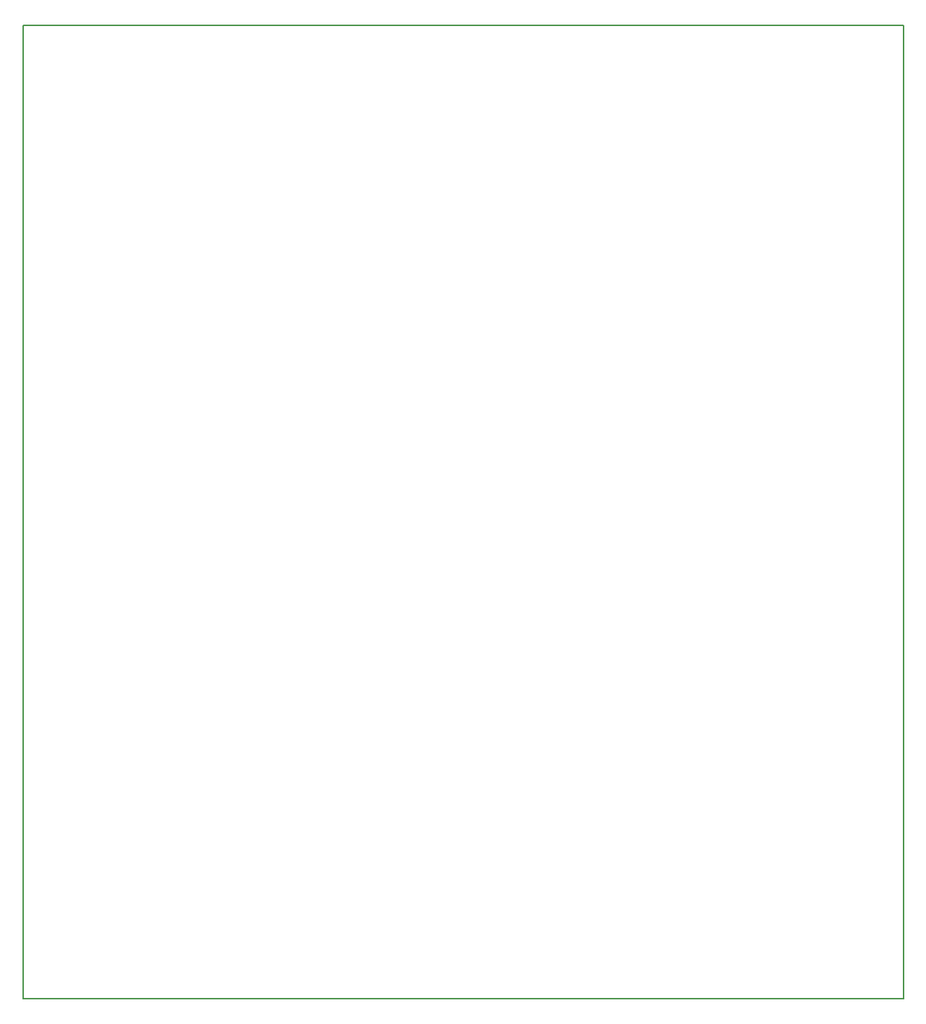
<source format=gko>
G04 Layer_Color=16711935*
%FSLAX44Y44*%
%MOMM*%
G71*
G01*
G75*
%ADD78C,0.2000*%
%ADD139C,0.2032*%
D78*
X40000Y0D02*
Y1137920D01*
D139*
X-990450Y0D02*
Y1137920D01*
Y0D02*
X40000D01*
X-990450Y1137920D02*
X40000D01*
M02*

</source>
